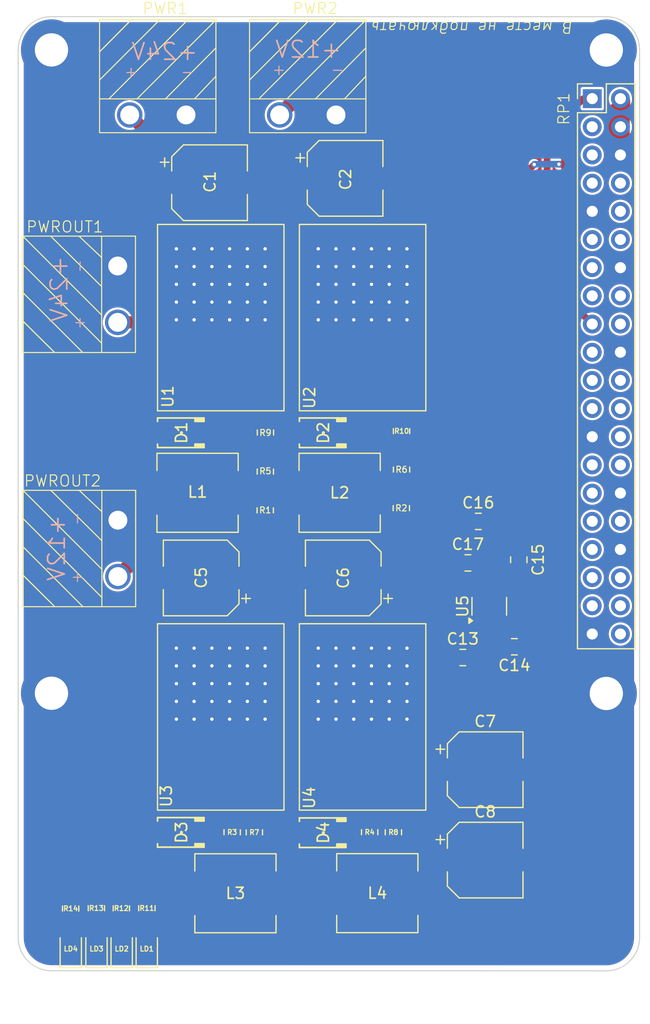
<source format=kicad_pcb>
(kicad_pcb (version 20241229) (generator "pcbnew") (generator_version "9.0")
  (layers (0 "F.Cu" signal) (2 "B.Cu" signal) (13 "F.Paste" user) (15 "B.Paste" user) (5 "F.SilkS" user "F.Silkscreen") (7 "B.SilkS" user "B.Silkscreen") (1 "F.Mask" user) (3 "B.Mask" user) (25 "Edge.Cuts" user))
  (net 0 "")
  (net 1 "GND")
  (net 2 "+24V")
  (net 3 "+12V")
  (net 4 "+5V")
  (net 5 "Net-(U5-BP)")
  (net 6 "+3.3V")
  (net 7 "Net-(D1-K)")
  (net 8 "Net-(D2-K)")
  (net 9 "Net-(D3-K)")
  (net 10 "Net-(D4-K)")
  (net 11 "Net-(LD1-A)")
  (net 12 "Net-(LD2-A)")
  (net 13 "Net-(LD3-A)")
  (net 14 "Net-(LD4-A)")
  (net 15 "Net-(U1-FB)")
  (net 16 "Net-(U2-FB)")
  (net 17 "Net-(U3-FB)")
  (net 18 "Net-(U4-FB)")
  (net 19 "Net-(R5-Pad2)")
  (net 20 "Net-(R10-Pad1)")
  (footprint "PCM_4ms_Diode:D_DO-214AC_SMA" (layer "F.Cu") (at 133.58 125.89 180)
    (property "Reference" "D3")
    (property "Value" "1N5822" (hide yes))
  )
  (footprint "Capacitor_SMD:CP_Elec_6.3x7.7" (layer "F.Cu") (at 148.33 66.9375)
    (property "Reference" "C2")
    (property "Value" "100u")
  )
  (footprint "Capacitor_SMD:C_0805_2012Metric" (layer "F.Cu") (at 163.99 101.32 -90)
    (property "Reference" "C15")
    (property "Value" "22n")
  )
  (footprint "Resistor_SMD:R_0805_2012Metric" (layer "F.Cu") (at 141.15 89.85 -90)
    (property "Reference" "R9")
    (property "Value" "10k")
  )
  (footprint "Resistor_SMD:R_0805_2012Metric" (layer "F.Cu") (at 125.91 132.7275 -90)
    (property "Reference" "R13")
    (property "Value" "1k")
  )
  (footprint "LED_SMD:LED_0805_2012Metric" (layer "F.Cu") (at 125.92 136.39 90)
    (property "Reference" "LD3")
    (property "Value" "~")
  )
  (footprint "Capacitor_SMD:CP_Elec_6.3x7.7" (layer "F.Cu") (at 160.96 120.24)
    (property "Reference" "C7")
    (property "Value" "220u")
  )
  (footprint "Resistor_SMD:R_0805_2012Metric" (layer "F.Cu") (at 152.685 125.8825 -90)
    (property "Reference" "R8")
    (property "Value" "1k")
  )
  (footprint "PCM_4ms_Diode:D_DO-214AC_SMA" (layer "F.Cu") (at 146.37 89.87 180)
    (property "Reference" "D2")
    (property "Value" "1N5822" (hide yes))
  )
  (footprint "Capacitor_SMD:C_0805_2012Metric" (layer "F.Cu") (at 158.94 110.13)
    (property "Reference" "C13")
    (property "Value" "1u")
  )
  (footprint "Resistor_SMD:R_0805_2012Metric" (layer "F.Cu") (at 140.15 125.89 -90)
    (property "Reference" "R7")
    (property "Value" "1k")
  )
  (footprint "PCM_4ms_Diode:D_DO-214AC_SMA" (layer "F.Cu") (at 133.58 89.87 180)
    (property "Reference" "D1")
    (property "Value" "1N5822" (hide yes))
  )
  (footprint "Inductor_SMD:L_APV_APH0650" (layer "F.Cu") (at 135.03 95.28)
    (property "Reference" "L1")
    (property "Value" "33u")
  )
  (footprint "Resistor_SMD:R_0805_2012Metric" (layer "F.Cu") (at 128.16 132.7375 -90)
    (property "Reference" "R12")
    (property "Value" "1k")
  )
  (footprint "Library:RPS" (layer "F.Cu") (at 174.96 109.8)
    (property "Reference" "RP1")
    (property "Value" "Raspberry_Pi_2_3")
    (fp_line (start -56.1 25.56) (end -56.1 -54.44) (stroke (width 0.1)) (layer "Edge.Cuts"))
    (fp_line (start -53.1 -57.44) (end -3.08 -57.432199) (stroke (width 0.1)) (layer "Edge.Cuts"))
    (fp_line (start -3.09 28.57) (end -53.1 28.559999) (stroke (width 0.1)) (layer "Edge.Cuts"))
    (fp_line (start -0.08 -54.4322) (end -0.080001 25.56) (stroke (width 0.1)) (layer "Edge.Cuts"))
    (fp_arc (start -56.1 -54.44) (mid -55.22132 -56.56132) (end -53.1 -57.44) (stroke (width 0.1)) (layer "Edge.Cuts"))
    (fp_arc (start -53.1 28.56) (mid -55.22132 27.68132) (end -56.1 25.56) (stroke (width 0.1)) (layer "Edge.Cuts"))
    (fp_arc (start -3.08 -57.4322) (mid -0.95868 -56.55352) (end -0.08 -54.4322) (stroke (width 0.1)) (layer "Edge.Cuts"))
    (fp_arc (start -0.08 25.56) (mid -0.961609 27.688391) (end -3.09 28.57) (stroke (width 0.1)) (layer "Edge.Cuts"))
  )
  (footprint "Resistor_SMD:R_0805_2012Metric" (layer "F.Cu") (at 138.15 125.8775 90)
    (property "Reference" "R3")
    (property "Value" "3k")
  )
  (footprint "Resistor_SMD:R_0805_2012Metric" (layer "F.Cu") (at 153.42 89.725 90)
    (property "Reference" "R10")
    (property "Value" "10k")
  )
  (footprint "UniversalNodesElements:KLS2-EDR-5.08-02P-4" (layer "F.Cu") (at 129.4502 95.0576 90)
    (property "Reference" "PWROUT2")
    (property "Value" "Conn_01x02")
  )
  (footprint "Capacitor_SMD:C_0805_2012Metric" (layer "F.Cu") (at 163.59 109.16 180)
    (property "Reference" "C14")
    (property "Value" "100n")
  )
  (footprint "Resistor_SMD:R_0805_2012Metric" (layer "F.Cu") (at 150.545 125.8725 90)
    (property "Reference" "R4")
    (property "Value" "3k")
  )
  (footprint "Inductor_SMD:L_APV_APH0650" (layer "F.Cu") (at 147.84 95.2775)
    (property "Reference" "L2")
    (property "Value" "33u")
  )
  (footprint "Capacitor_SMD:CP_Elec_6.3x7.7" (layer "F.Cu") (at 135.355 102.9575 180)
    (property "Reference" "C5")
    (property "Value" "220u")
  )
  (footprint "Resistor_SMD:R_0805_2012Metric" (layer "F.Cu") (at 130.46 132.7275 -90)
    (property "Reference" "R11")
    (property "Value" "1k")
  )
  (footprint "UniversalNodesElements:KLS2-EDR-5.08-02P-4" (layer "F.Cu") (at 129.4327 72.1449 90)
    (property "Reference" "PWROUT1")
    (property "Value" "Conn_01x02")
  )
  (footprint "LED_SMD:LED_0805_2012Metric" (layer "F.Cu") (at 130.45 136.39 90)
    (property "Reference" "LD1")
    (property "Value" "~")
  )
  (footprint "Resistor_SMD:R_0805_2012Metric" (layer "F.Cu") (at 141.13 96.8625 90)
    (property "Reference" "R1")
    (property "Value" "1.2k")
  )
  (footprint "LED_SMD:LED_0805_2012Metric" (layer "F.Cu") (at 128.19 136.39 90)
    (property "Reference" "LD2")
    (property "Value" "~")
  )
  (footprint "Resistor_SMD:R_0805_2012Metric" (layer "F.Cu") (at 141.14 93.3675 90)
    (property "Reference" "R5")
    (property "Value" "500")
  )
  (footprint "Inductor_SMD:L_APV_APH0650" (layer "F.Cu") (at 151.235 131.37)
    (property "Reference" "L4")
    (property "Value" "33u")
  )
  (footprint "Resistor_SMD:R_0805_2012Metric" (layer "F.Cu") (at 153.42 93.1875 90)
    (property "Reference" "R6")
    (property "Value" "500")
  )
  (footprint "PCM_Package_TO_SOT_SMD_AKL:TO-263-5_TabPin3_ThermalVias" (layer "F.Cu") (at 149.91 115.485 90)
    (property "Reference" "U4")
    (property "Value" "LM2596S-ADJ" (hide yes))
  )
  (footprint "PCM_Package_TO_SOT_SMD_AKL:TO-263-5_TabPin3_ThermalVias" (layer "F.Cu") (at 137.12 79.49 90)
    (property "Reference" "U1")
    (property "Value" "LM2596S-ADJ" (hide yes))
  )
  (footprint "PCM_Package_TO_SOT_SMD_AKL:TO-263-5_TabPin3_ThermalVias" (layer "F.Cu") (at 149.91 79.49 90)
    (property "Reference" "U2")
    (property "Value" "LM2596S-ADJ" (hide yes))
  )
  (footprint "PCM_Package_TO_SOT_SMD_AKL:TO-263-5_TabPin3_ThermalVias" (layer "F.Cu") (at 137.12 115.485 90)
    (property "Reference" "U3")
    (property "Value" "LM2596S-ADJ" (hide yes))
  )
  (footprint "UniversalNodesElements:KLS2-EDR-5.08-02P-4" (layer "F.Cu") (at 150.2051 62.8227)
    (property "Reference" "PWR2")
    (property "Value" "Conn_01x02")
  )
  (footprint "Capacitor_SMD:C_0805_2012Metric" (layer "F.Cu") (at 159.4 101.6)
    (property "Reference" "C17")
    (property "Value" "100n")
  )
  (footprint "Capacitor_SMD:CP_Elec_6.3x7.7" (layer "F.Cu") (at 136.11 67.33)
    (property "Reference" "C1")
    (property "Value" "100u")
  )
  (footprint "Inductor_SMD:L_APV_APH0650" (layer "F.Cu") (at 138.445 131.38)
    (property "Reference" "L3")
    (property "Value" "33u")
  )
  (footprint "LED_SMD:LED_0805_2012Metric" (layer "F.Cu") (at 123.6 136.39 90)
    (property "Reference" "LD4")
    (property "Value" "~")
  )
  (footprint "PCM_4ms_Diode:D_DO-214AC_SMA" (layer "F.Cu") (at 146.37 125.92 180)
    (property "Reference" "D4")
    (property "Value" "1N5822" (hide yes))
  )
  (footprint "Package_TO_SOT_SMD:SOT-23-5" (layer "F.Cu") (at 161.3275 105.51 90)
    (property "Reference" "U5")
    (property "Value" "RT9193-33GB")
  )
  (footprint "Resistor_SMD:R_0805_2012Metric" (layer "F.Cu") (at 123.59 132.7575 -90)
    (property "Reference" "R14")
    (property "Value" "1k")
  )
  (footprint "UniversalNodesElements:KLS2-EDR-5.08-02P-4" (layer "F.Cu") (at 136.6851 62.8227)
    (property "Reference" "PWR1")
    (property "Value" "Conn_01x02")
  )
  (footprint "Capacitor_SMD:CP_Elec_6.3x7.7" (layer "F.Cu") (at 148.165 102.9575 180)
    (property "Reference" "C6")
    (property "Value" "220u")
  )
  (footprint "Capacitor_SMD:CP_Elec_6.3x7.7" (layer "F.Cu") (at 160.96 128.39)
    (property "Reference" "C8")
    (property "Value" "220u")
  )
  (footprint "Resistor_SMD:R_0805_2012Metric" (layer "F.Cu") (at 153.4 96.665 90)
    (property "Reference" "R2")
    (property "Value" "1.2k")
  )
  (footprint "Capacitor_SMD:C_0805_2012Metric" (layer "F.Cu") (at 160.34 97.86)
    (property "Reference" "C16")
    (property "Value" "10u")
  )
  (gr_text "В месте не подключать" (at 168.95 52.73 180) (layer "F.SilkS") (effects (font (size 1 1) (thickness 0.1) (italic yes)) (justify left bottom)))
  (gr_text "+" (at 123.93 80.63 270) (layer "B.SilkS") (effects (font (size 1 1) (thickness 0.1)) (justify left bottom mirror)))
  (gr_text "+" (at 123.7 103.58 270) (layer "B.SilkS") (effects (font (size 1 1) (thickness 0.1)) (justify left bottom mirror)))
  (gr_text "+24V" (at 123.43 73.82 90) (layer "B.SilkS") (effects (font (size 1.5 1.5)) (justify left bottom mirror)))
  (gr_text "+" (at 141.68 56.69 180) (layer "B.SilkS") (effects (font (size 1 1) (thickness 0.1)) (justify left bottom mirror)))
  (gr_text "-" (at 146.96 56.69 180) (layer "B.SilkS") (effects (font (size 1 1) (thickness 0.1)) (justify left bottom mirror)))
  (gr_text "-" (at 133.45 56.89 180) (layer "B.SilkS") (effects (font (size 1 1) (thickness 0.1)) (justify left bottom mirror)))
  (gr_text "+24V" (at 135.16 56.39 0) (layer "B.SilkS") (effects (font (size 1.5 1.5)) (justify left bottom mirror)))
  (gr_text "-" (at 123.93 75.53 270) (layer "B.SilkS") (effects (font (size 1 1) (thickness 0.1)) (justify left bottom mirror)))
  (gr_text "+12V" (at 123.2 97.14 90) (layer "B.SilkS") (effects (font (size 1.5 1.5)) (justify left bottom mirror)))
  (gr_text "-" (at 123.7 98.3 270) (layer "B.SilkS") (effects (font (size 1 1) (thickness 0.1)) (justify left bottom mirror)))
  (gr_text "+" (at 128.35 56.89 180) (layer "B.SilkS") (effects (font (size 1 1) (thickness 0.1)) (justify left bottom mirror)))
  (gr_text "+12V" (at 148.12 56.19 0) (layer "B.SilkS") (effects (font (size 1.5 1.5)) (justify left bottom mirror)))
  (segment (start 133.04 82.14) (end 132.122444 82.14) (width 1.1) (layer "F.Cu") (net 2))
  (segment (start 127.8325 79.9173) (end 129.6717 79.9173) (width 1.1) (layer "F.Cu") (net 2))
  (segment (start 145.63 66.19) (end 144.72 65.28) (width 1.1) (layer "F.Cu") (net 2))
  (segment (start 128.19 108.53) (end 125.21 105.55) (width 0.5) (layer "F.Cu") (net 2))
  (segment (start 145.63 66.9375) (end 145.63 66.19) (width 1.1) (layer "F.Cu") (net 2))
  (segment (start 135.46 65.28) (end 133.41 67.33) (width 1.1) (layer "F.Cu") (net 2))
  (segment (start 130.969 84.991) (end 130.969 80.986556) (width 0.5) (layer "F.Cu") (net 2))
  (segment (start 146.51 85.265) (end 146.51 82.7175) (width 1.1) (layer "F.Cu") (net 2))
  (segment (start 129.6717 79.9173) (end 130.969 78.62) (width 1.1) (layer "F.Cu") (net 2))
  (segment (start 123.59 130.58) (end 128.19 125.98) (width 0.5) (layer "F.Cu") (net 2))
  (segment (start 130.969 78.62) (end 130.969 69.771) (width 1.1) (layer "F.Cu") (net 2))
  (segment (start 123.59 131.845) (end 123.59 130.58) (width 0.5) (layer "F.Cu") (net 2))
  (segment (start 144.43 82.0575) (end 143.61 81.2375) (width 1.1) (layer "F.Cu") (net 2))
  (segment (start 125.21 105.55) (end 125.21 90.75) (width 0.5) (layer "F.Cu") (net 2))
  (segment (start 146.51 82.7175) (end 145.85 82.0575) (width 1.1) (layer "F.Cu") (net 2))
  (segment (start 133.72 82.82) (end 133.04 82.14) (width 1.1) (layer "F.Cu") (net 2))
  (segment (start 145.85 82.0575) (end 144.43 82.0575) (width 1.1) (layer "F.Cu") (net 2))
  (segment (start 143.61 81.2375) (end 143.61 68.9575) (width 1.1) (layer "F.Cu") (net 2))
  (segment (start 143.61 68.9575) (end 145.63 66.9375) (width 1.1) (layer "F.Cu") (net 2))
  (segment (start 133.72 85.265) (end 133.72 82.82) (width 1.1) (layer "F.Cu") (net 2))
  (segment (start 125.21 90.75) (end 130.969 84.991) (width 0.5) (layer "F.Cu") (net 2))
  (segment (start 128.19 125.98) (end 128.19 108.53) (width 0.5) (layer "F.Cu") (net 2))
  (segment (start 130.969 69.771) (end 133.41 67.33) (width 1.1) (layer "F.Cu") (net 2))
  (segment (start 144.72 65.28) (end 135.46 65.28) (width 1.1) (layer "F.Cu") (net 2))
  (segment (start 132.9702 65.28) (end 135.46 65.28) (width 1.1) (layer "F.Cu") (net 2))
  (segment (start 128.9127 61.2225) (end 132.9702 65.28) (width 1.1) (layer "F.Cu") (net 2))
  (segment (start 132.122444 82.14) (end 130.969 80.986556) (width 1.1) (layer "F.Cu") (net 2))
  (segment (start 130.969 80.986556) (end 130.969 78.62) (width 1.1) (layer "F.Cu") (net 2))
  (segment (start 150.865 102.9575) (end 150.865 103.335) (width 1.1) (layer "F.Cu") (net 3))
  (segment (start 129.73 117.8) (end 130.68 116.85) (width 0.5) (layer "F.Cu") (net 3))
  (segment (start 131.07 99.61) (end 138.055 99.61) (width 1.25) (layer "F.Cu") (net 3))
  (segment (start 153.4 97.5775) (end 153.165 97.5775) (width 0.5) (layer "F.Cu") (net 3))
  (segment (start 148.4 105.8) (end 144.7 105.8) (width 1.1) (layer "F.Cu") (net 3))
  (segment (start 129.73 126.64) (end 129.73 117.8) (width 0.5) (layer "F.Cu") (net 3))
  (segment (start 153.165 97.5775) (end 150.865 95.2775) (width 0.5) (layer "F.Cu") (net 3))
  (segment (start 143.42 116.642556) (end 144.547444 117.77) (width 1.1) (layer "F.Cu") (net 3))
  (segment (start 125.91 130.46) (end 129.73 126.64) (width 0.5) (layer "F.Cu") (net 3))
  (segment (start 144.7 105.8) (end 143.42 107.08) (width 1.1) (layer "F.Cu") (net 3))
  (segment (start 135.3925 105.62) (end 138.055 102.9575) (width 1.1) (layer "F.Cu") (net 3))
  (segment (start 142.4327 61.2225) (end 145.0652 58.59) (width 1.25) (layer "F.Cu") (net 3))
  (segment (start 144.547444 117.77) (end 145.75 117.77) (width 1.1) (layer "F.Cu") (net 3))
  (segment (start 141.13 97.775) (end 140.55 97.775) (width 0.5) (layer "F.Cu") (net 3))
  (segment (start 143.42 107.08) (end 143.42 116.642556) (width 1.1) (layer "F.Cu") (net 3))
  (segment (start 146.51 118.53) (end 146.51 121.26) (width 1.1) (layer "F.Cu") (net 3))
  (segment (start 140.55 97.775) (end 138.055 95.28) (width 0.5) (layer "F.Cu") (net 3))
  (segment (start 130.68 107.38) (end 132.44 105.62) (width 1.1) (layer "F.Cu") (net 3))
  (segment (start 133.72 121.26) (end 133.72 118.61) (width 1.1) (layer "F.Cu") (net 3))
  (segment (start 150.865 103.335) (end 148.4 105.8) (width 1.1) (layer "F.Cu") (net 3))
  (segment (start 154.28 58.59) (end 156.21 60.52) (width 1.25) (layer "F.Cu") (net 3))
  (segment (start 127.85 102.83) (end 131.07 99.61) (width 1.25) (layer "F.Cu") (net 3))
  (segment (start 156.21 60.52) (end 156.21 97.6125) (width 1.25) (layer "F.Cu") (net 3))
  (segment (start 125.91 131.815) (end 125.91 130.46) (width 0.5) (layer "F.Cu") (net 3))
  (segment (start 156.21 97.6125) (end 150.865 102.9575) (width 1.25) (layer "F.Cu") (net 3))
  (segment (start 145.75 117.77) (end 146.51 118.53) (width 1.1) (layer "F.Cu") (net 3))
  (segment (start 131.79 117.96) (end 130.68 116.85) (width 1.1) (layer "F.Cu") (net 3))
  (segment (start 138.055 95.28) (end 138.055 99.61) (width 1.1) (layer "F.Cu") (net 3))
  (segment (start 138.055 99.61) (end 138.055 102.9575) (width 1.1) (layer "F.Cu") (net 3))
  (segment (start 133.72 118.61) (end 133.07 117.96) (width 1.1) (layer "F.Cu") (net 3))
  (segment (start 145.0652 58.59) (end 154.28 58.59) (width 1.25) (layer "F.Cu") (net 3))
  (segment (start 130.68 116.85) (end 130.68 107.38) (width 1.1) (layer "F.Cu") (net 3))
  (segment (start 132.44 105.62) (end 135.3925 105.62) (width 1.1) (layer "F.Cu") (net 3))
  (segment (start 133.07 117.96) (end 131.79 117.96) (width 1.1) (layer "F.Cu") (net 3))
  (segment (start 150.865 102.9575) (end 150.865 95.2775) (width 1.1) (layer "F.Cu") (net 3))
  (segment (start 150.545 126.785) (end 150.545 127.655) (width 1.025) (layer "F.Cu") (net 4))
  (segment (start 158.26 112.35) (end 158.26 120.24) (width 0.6) (layer "F.Cu") (net 4))
  (segment (start 168.78 65.67) (end 167.62 65.67) (width 0.6) (layer "F.Cu") (net 4))
  (segment (start 158.26 111.76) (end 158.26 120.24) (width 0.5) (layer "F.Cu") (net 4))
  (segment (start 144.25 134.16) (end 151.47 134.16) (width 1.025) (layer "F.Cu") (net 4))
  (segment (start 160.86 109.16) (end 159.89 110.13) (width 0.5) (layer "F.Cu") (net 4))
  (segment (start 130.956708 130.34) (end 134.336708 133.72) (width 0.5) (layer "F.Cu") (net 4))
  (segment (start 162.2775 106.6475) (end 162.2775 108.7975) (width 0.5) (layer "F.Cu") (net 4))
  (segment (start 156.45 110.54) (end 158.26 112.35) (width 0.6) (layer "F.Cu") (net 4))
  (segment (start 151.47 134.16) (end 154.26 131.37) (width 1.025) (layer "F.Cu") (net 4))
  (segment (start 138.15 126.79) (end 138.15 128.06) (width 1.025) (layer "F.Cu") (net 4))
  (segment (start 156.45 99.61) (end 156.45 110.54) (width 0.6) (layer "F.Cu") (net 4))
  (segment (start 165.38 65.69) (end 157.73 73.34) (width 0.6) (layer "F.Cu") (net 4))
  (segment (start 173.15 59.75) (end 173.15 62.29) (width 0.6) (layer "F.Cu") (net 4))
  (segment (start 141.47 131.38) (end 144.25 134.16) (width 1.025) (layer "F.Cu") (net 4))
  (segment (start 167.62 65.67) (end 167.61 65.66) (width 0.6) (layer "F.Cu") (net 4))
  (segment (start 162.2775 108.7975) (end 162.64 109.16) (width 0.5) (layer "F.Cu") (net 4))
  (segment (start 138.15 128.06) (end 141.47 131.38) (width 1.025) (layer "F.Cu") (net 4))
  (segment (start 129 130.34) (end 130.956708 130.34) (width 0.5) (layer "F.Cu") (net 4))
  (segment (start 155.28 131.37) (end 158.26 128.39) (width 1.025) (layer "F.Cu") (net 4))
  (segment (start 154.26 131.37) (end 155.28 131.37) (width 1.025) (layer "F.Cu") (net 4))
  (segment (start 128.16 131.825) (end 128.16 131.18) (width 0.5) (layer "F.Cu") (net 4))
  (segment (start 159.89 110.13) (end 160.3775 109.6425) (width 0.5) (layer "F.Cu") (net 4))
  (segment (start 158.26 128.39) (end 158.26 120.24) (width 1.025) (layer "F.Cu") (net 4))
  (segment (start 162.64 109.16) (end 160.86 109.16) (width 0.5) (layer "F.Cu") (net 4))
  (segment (start 139.13 133.72) (end 141.47 131.38) (width 0.5) (layer "F.Cu") (net 4))
  (segment (start 128.16 131.18) (end 129 130.34) (width 0.5) (layer "F.Cu") (net 4))
  (segment (start 157.73 98.33) (end 156.45 99.61) (width 0.6) (layer "F.Cu") (net 4))
  (segment (start 157.73 73.34) (end 157.73 98.33) (width 0.6) (layer "F.Cu") (net 4))
  (segment (start 159.89 110.13) (end 158.26 111.76) (width 0.5) (layer "F.Cu") (net 4))
  (segment (start 134.336708 133.72) (end 139.13 133.72) (width 0.5) (layer "F.Cu") (net 4))
  (segment (start 150.545 127.655) (end 154.26 131.37) (width 1.025) (layer "F.Cu") (net 4))
  (segment (start 160.3775 109.6425) (end 160.3775 106.6475) (width 0.5) (layer "F.Cu") (net 4))
  (via (at 167.61 65.66) (size 0.6) (drill 0.3) (layers "F.Cu" "B.Cu") (net 4))
  (via (at 165.38 65.69) (size 0.6) (drill 0.3) (layers "F.Cu" "B.Cu") (net 4))
  (segment (start 167.61 65.66) (end 165.41 65.66) (width 0.6) (layer "B.Cu") (net 4))
  (segment (start 165.41 65.66) (end 165.38 65.69) (width 0.6) (layer "B.Cu") (net 4))
  (segment (start 162.2775 104.3725) (end 162.2775 103.6825) (width 0.6) (layer "F.Cu") (net 5))
  (segment (start 163.69 102.27) (end 163.99 102.27) (width 0.6) (layer "F.Cu") (net 5))
  (segment (start 162.2775 103.6825) (end 163.69 102.27) (width 0.6) (layer "F.Cu") (net 5))
  (segment (start 161.38 136.36) (end 135.005 136.36) (width 0.6) (layer "F.Cu") (net 6))
  (segment (start 170.61 59.75) (end 169.81 59.75) (width 0.6) (layer "F.Cu") (net 6))
  (segment (start 160.35 101.6) (end 161.29 100.66) (width 0.6) (layer "F.Cu") (net 6))
  (segment (start 167.01 130.73) (end 161.38 136.36) (width 0.6) (layer "F.Cu") (net 6))
  (segment (start 135.005 136.36) (end 130.46 131.815) (width 0.6) (layer "F.Cu") (net 6))
  (segment (start 160.3775 101.6275) (end 160.35 101.6) (width 0.6) (layer "F.Cu") (net 6))
  (segment (start 170.61 80.07) (end 168.9 78.36) (width 0.6) (layer "F.Cu") (net 6))
  (segment (start 161.29 97.86) (end 162.01 97.14) (width 0.6) (layer "F.Cu") (net 6))
  (segment (start 168.9 78.36) (end 166.54 78.36) (width 0.6) (layer "F.Cu") (net 6))
  (segment (start 162.01 97.14) (end 165.1 97.14) (width 0.6) (layer "F.Cu") (net 6))
  (segment (start 169.81 59.75) (end 166.54 63.02) (width 0.6) (layer "F.Cu") (net 6))
  (segment (start 166.54 63.02) (end 166.54 78.36) (width 0.6) (layer "F.Cu") (net 6))
  (segment (start 165.1 97.14) (end 167.01 99.05) (width 0.6) (layer "F.Cu") (net 6))
  (segment (start 167.01 99.05) (end 167.01 130.73) (width 0.6) (layer "F.Cu") (net 6))
  (segment (start 166.54 78.36) (end 161.29 83.61) (width 0.6) (layer "F.Cu") (net 6))
  (segment (start 160.3775 104.3725) (end 160.3775 101.6275) (width 0.6) (layer "F.Cu") (net 6))
  (segment (start 161.29 83.61) (end 161.29 97.86) (width 0.6) (layer "F.Cu") (net 6))
  (segment (start 161.29 100.66) (end 161.29 97.86) (width 0.6) (layer "F.Cu") (net 6))
  (segment (start 135.42 89.87) (end 135.42 91.865) (width 1.1) (layer "F.Cu") (net 7))
  (segment (start 135.42 91.865) (end 132.005 95.28) (width 1.1) (layer "F.Cu") (net 7))
  (segment (start 135.42 85.265) (end 135.42 89.87) (width 1.1) (layer "F.Cu") (net 7))
  (segment (start 148.21 91.8825) (end 148.21 89.87) (width 1.1) (layer "F.Cu") (net 8))
  (segment (start 148.21 85.265) (end 148.21 89.87) (width 1.1) (layer "F.Cu") (net 8))
  (segment (start 144.815 95.2775) (end 148.21 91.8825) (width 1.1) (layer "F.Cu") (net 8))
  (segment (start 135.42 121.26) (end 135.42 125.89) (width 1.1) (layer "F.Cu") (net 9))
  (segment (start 135.42 125.89) (end 135.42 131.38) (width 1.1) (layer "F.Cu") (net 9))
  (segment (start 148.21 121.26) (end 148.21 125.92) (width 1.1) (layer "F.Cu") (net 10))
  (segment (start 148.21 125.92) (end 148.21 131.37) (width 1.1) (layer "F.Cu") (net 10))
  (segment (start 130.46 135.4425) (end 130.45 135.4525) (width 0.5) (layer "F.Cu") (net 11))
  (segment (start 130.46 133.64) (end 130.46 135.4425) (width 0.5) (layer "F.Cu") (net 11))
  (segment (start 128.16 135.4225) (end 128.19 135.4525) (width 0.5) (layer "F.Cu") (net 12))
  (segment (start 128.16 133.65) (end 128.16 135.4225) (width 0.5) (layer "F.Cu") (net 12))
  (segment (start 125.91 133.64) (end 125.91 135.4425) (width 0.5) (layer "F.Cu") (net 13))
  (segment (start 125.91 135.4425) (end 125.92 135.4525) (width 0.5) (layer "F.Cu") (net 13))
  (segment (start 123.59 133.67) (end 123.59 135.4425) (width 0.5) (layer "F.Cu") (net 14))
  (segment (start 123.59 135.4425) (end 123.6 135.4525) (width 0.5) (layer "F.Cu") (net 14))
  (segment (start 141.13 95.95) (end 141.13 94.29) (width 0.5) (layer "F.Cu") (net 15))
  (segment (start 138.82 91.96) (end 138.82 85.265) (width 0.5) (layer "F.Cu") (net 15))
  (segment (start 141.13 94.29) (end 141.14 94.28) (width 0.5) (layer "F.Cu") (net 15))
  (segment (start 141.14 94.28) (end 138.82 91.96) (width 0.5) (layer "F.Cu") (net 15))
  (segment (start 153.4 94.12) (end 153.42 94.1) (width 0.5) (layer "F.Cu") (net 16))
  (segment (start 153.4 95.7525) (end 153.4 94.12) (width 0.5) (layer "F.Cu") (net 16))
  (segment (start 153.42 94.1) (end 151.61 92.29) (width 0.5) (layer "F.Cu") (net 16))
  (segment (start 151.61 92.29) (end 151.61 85.265) (width 0.5) (layer "F.Cu") (net 16))
  (segment (start 138.15 124.965) (end 138.97 124.965) (width 1.025) (layer "F.Cu") (net 17))
  (segment (start 138.82 121.26) (end 138.82 124.815) (width 1.025) (layer "F.Cu") (net 17))
  (segment (start 140.1375 124.965) (end 140.15 124.9775) (width 1.025) (layer "F.Cu") (net 17))
  (segment (start 138.82 124.815) (end 138.97 124.965) (width 1.025) (layer "F.Cu") (net 17))
  (segment (start 138.97 124.965) (end 140.1375 124.965) (width 1.025) (layer "F.Cu") (net 17))
  (segment (start 151.65 124.96) (end 152.675 124.96) (width 1.025) (layer "F.Cu") (net 18))
  (segment (start 152.675 124.96) (end 152.685 124.97) (width 1.025) (layer "F.Cu") (net 18))
  (segment (start 150.545 124.96) (end 151.65 124.96) (width 1.025) (layer "F.Cu") (net 18))
  (segment (start 151.61 124.92) (end 151.65 124.96) (width 1.025) (layer "F.Cu") (net 18))
  (segment (start 151.61 121.26) (end 151.61 124.92) (width 1.025) (layer "F.Cu") (net 18))
  (segment (start 141.14 90.7725) (end 141.15 90.7625) (width 0.5) (layer "F.Cu") (net 19))
  (segment (start 141.14 92.455) (end 141.14 90.7725) (width 0.5) (layer "F.Cu") (net 19))
  (segment (start 153.42 92.275) (end 153.42 90.6375) (width 0.5) (layer "F.Cu") (net 20))
  (zone (net 3) (net_name "+12V") (layer "F.Cu") (priority 2) (connect_pads yes (clearance 0.5)) (min_thickness 0.25) (fill yes (thermal_gap 0.5) (thermal_bridge_width 0.5))
    (polygon (pts (xy 136.32 103.77) (xy 139.84 103.76) (xy 139.84 102.16) (xy 139.85 101.56) (xy 140.28 101.56) (xy 149.14 101.55) (xy 149.14 103.73) (xy 152.61 103.75) (xy 153.19 101.73) (xy 153.22 98.64) (xy 154.11 98.09) (xy 154.1 97.07) (xy 153 97.06) (xy 152.04 96.11) (xy 152.05 93.51) (xy 149.68 93.52) (xy 149.68 96.665) (xy 148.65 97.49) (xy 143.06 97.56) (xy 141.86 97.38) (xy 141.61 97.26) (xy 140.62 97.26) (xy 139.24 96.01) (xy 139.23 93.56) (xy 136.9 93.53) (xy 136.59 97.48) (xy 136.52 102.14) (xy 136.32 102.33)))
  )
  (zone (net 4) (net_name "+5V") (layer "F.Cu") (priority 3) (connect_pads yes (clearance 0.1)) (min_thickness 0.1) (fill yes (thermal_gap 0.5) (thermal_bridge_width 0.5))
    (polygon (pts (xy 171.54 61.01) (xy 172.63 60) (xy 173.63 59.35) (xy 174.04 59.88) (xy 173.98 62.26) (xy 174.01 65) (xy 173.25 68.22) (xy 170.64 68.22) (xy 169.5 68.18) (xy 167.83 66.95) (xy 167.79 63.52)))
  )
  (zone (net 1) (net_name "GND") (layers "F.Cu" "B.Cu") (connect_pads yes (clearance 0.1)) (min_thickness 0.1) (fill yes (thermal_gap 0.5) (thermal_bridge_width 0.5))
    (polygon (pts (xy 117.22 51.84) (xy 175.84 52.06) (xy 175.43 139.34) (xy 117.79 139.34)))
  )
)
</source>
